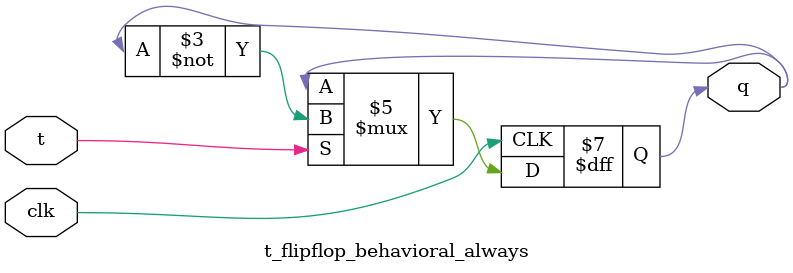
<source format=v>
`timescale 1ps/1fs

module sr_latch_structural_nor (
  input wire s,r,
  output wire q
);
    wire qt, qt_n;
    assign qt = ~(r | qt_n);
    assign qt_n = ~(s | qt);
    assign q = qt;
endmodule
module sr_latch_structural_nand (
  input wire sn,rn,
  output wire q
);
    wire qt, qt_n;
    assign qt = ~(sn & qt_n);
    assign qt_n = ~(rn & qt);
    assign q = qt;
endmodule
module sr_latch_structural_e_nor (
  input wire s,r, e,
  output wire q
);
    wire qt, qt_n;
    assign qt = ~((e & r) | qt_n);
    assign qt_n = ~((e & s) | qt);
    assign q = qt;
endmodule
module sr_latch_structural_e_nand (
  input wire s,r, e,
  output wire q
);
    wire qt, qt_n;
    assign qt = ~(~(e & s) & qt_n);
    assign qt_n = ~(~(e & r) & qt);
    assign q = qt;
endmodule
// Latch SR - Structural with delays
module sr_latch_structural_nor_t (
  input wire s,r,
  output wire q
);
    wire qt, qt_n;
    assign #0.6 qt = ~(r | qt_n);
    assign #0.6 qt_n = ~(s | qt);
    assign q = qt;
endmodule
module sr_latch_structural_nand_t (
  input wire sn,rn,
  output wire q
);
    wire qt, qt_n;
    assign #0.5 qt = ~(sn & qt_n);
    assign #0.5 qt_n = ~(rn & qt);
    assign q = qt;
endmodule
module sr_latch_structural_e_nor_t (
  input wire s,r, e,
  output wire q
);
    wire qt, qt_n;
    assign #1.2 qt = ~((e & r) | qt_n);
    assign #1.2 qt_n = ~((e & s) | qt);
    assign q = qt;
endmodule
module sr_latch_structural_e_nand_t (
  input wire s,r, e,
  output wire q
);
    wire qt, qt_n;
    assign #1 qt = ~(~(e & s) & qt_n);
    assign #1 qt_n = ~(~(e & r) & qt);
    assign q = qt;
endmodule


// ********************************************************
// Latch D
// D Latch - Structural
module d_latch_structural (
  input wire d,
  input wire enable,
  output wire q
);
  wire dn;
  assign dn = ~d;
  sr_latch_structural_e_nand sr_lt(d, dn, enable, q);
endmodule
module d_latch_structural_t (
  input wire d,
  input wire enable,
  output wire q
);
  wire dn;
  assign #0.2 dn = ~d;
  sr_latch_structural_e_nand_t sr_lt (d, dn, enable, q);
endmodule
// D Latch - Behavioral with conditional assignment
module d_latch_behavioral_conditionalAssignment (
  input wire d,
  input wire enable,
  output wire q
);
    assign q = enable ? d : q;
endmodule
module d_latch_behavioral_conditionalAssignment_t (
  input wire d,
  input wire enable,
  output wire q
);
    assign #3 q = enable ? d : q;
endmodule
// D Latch - Behavioral with always
module d_latch_behavioral_always (
  input wire d,
  input wire enable,
  output reg q
);
  always @(d or enable) begin
      if (enable) begin
          q <= d;
      end
  end
endmodule
module d_latch_behavioral_always_t (
  input wire d,
  input wire enable,
  output reg q
);
  specify
    $setuphold(negedge enable, d, 1.2, 0.4);
  endspecify

  always @(d or enable) begin
      if (enable) begin
          #3 q <= d;
      end
  end
endmodule

// ********************************************************
// Flip-Flop D
// D Flip-Flop - Structural
module d_flipflop_structural (
  input wire d,
  input wire clk,
  output wire q
);
  wire d_latch_q;
  d_latch_structural d_ltp (d,  clk, d_latch_q);
  d_latch_structural d_lts (d_latch_q, ~clk, q);
endmodule
module d_flipflop_structural_t (
  input wire d,
  input wire clk,
  output wire q
);
  wire d_latch_q;
  d_latch_structural_t d_ltp (d,  clk, d_latch_q);
  d_latch_structural_t d_lts (d_latch_q, ~clk, q);
endmodule
// D Flip-Flop - Behavioral with always
module d_flipflop_behavioral_always (
  input wire d,
  input wire clk,
  output reg q
);
  always @(posedge clk) begin
      q <= d;
  end
endmodule
module d_flipflop_behavioral_always_t (
  input wire d,
  input wire clk,
  output reg q
);
  specify
    $setuphold(negedge enable, d, 1.2, 0.4);
  endspecify
  always @(posedge clk) begin
      #3 q <= d;
  end
endmodule

// ********************************************************
// JK Flip-Flop - Behavioral with always
module jk_flipflop_behavioral_always (
  input wire j,
  input wire k,
  input wire clk,
  output reg q
);  
  always @(posedge clk) begin
      if (j == 0 && k == 0) begin
          q <= q; // No change
      end else if (j == 0 && k == 1) begin
          q <= 0; // Reset
      end else if (j == 1 && k == 0) begin
          q <= 1; // Set
      end else begin
          q <= ~q; // Toggle
      end
  end
endmodule

// ********************************************************
// T Flip-Flop - Behavioral with always
module t_flipflop_behavioral_always (
  input wire t,
  input wire clk,
  output reg q);
  always @(posedge clk) begin
      if (t == 1) begin
          q <= ~q; // Toggle
      end else begin
          q <= q; // No change
      end
  end
endmodule

</source>
